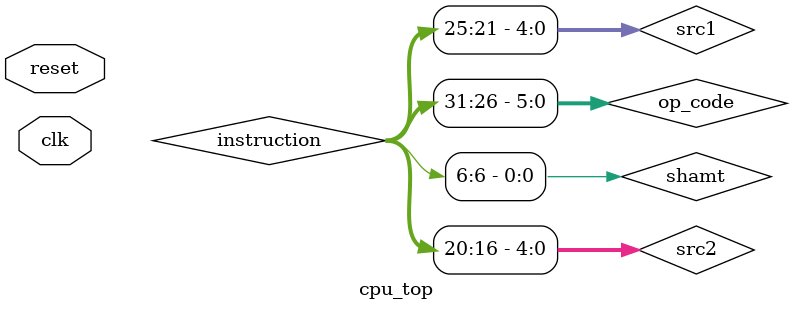
<source format=v>
module cpu_top(clk, reset);
input  clk, reset;

reg [31:0] pc;
wire [31:0] instruction,mem_data,branch;
wire [4:0] src1, src2, dst,ALU_con,reg_data;
wire [5:0] op_code, func6;
wire ins_mem_wr_en,res_reg_mux,reg_file_wr_en,res_alu_mux,res_mem_mux,data_mem_wr_en,res_branch_mux,flag,Eh,Eb;
wire [31:0]data1,data2,alu_result,mux_out1,mux_out2,mux_out3,sign;

always @(posedge clk)
begin
	if (reset) pc = 0;
	else if (ins_mem_wr_en) pc={6'b0,instruction[25:0]};
	else
  	 pc <= mux_out3 + 1;
end
memory inst_memory(instruction,0,pc[9:0],0,clk,0,0);
assign src1 = instruction[25:21];
assign src2 = instruction[20:16];
assign dst = instruction[15:11];
assign op_code = instruction[31:26];
assign shamt = instruction[10:6];
assign func6 = instruction[5:0];

Adder add(branch,pc,sign);
control_unit con(ins_mem_wr_en,res_reg_mux,reg_file_wr_en,res_alu_mux,ALU_con,res_mem_mux,data_mem_wr_en,res_branch_mux,op_code,func6,reset,flag,Eh,Eb);
reg_mux m(reg_data,src2,dst,res_reg_mux);
reg_file register_file(data1,data2,mux_out2,src1,src2,reg_data,reg_file_wr_en,clk,Eh,Eb);
sign_extend ex(sign,instruction[15:0]);
mux multiplixer1(mux_out1,data2,sign,res_alu_mux);
ALU alu_unit(alu_result,flag,data1,mux_out1,ALU_con);
mux multiplixer2(mux_out2,mem_data,alu_result,res_mem_mux);
mux multiplixer3(mux_out3,pc,branch,res_branch_mux);


memory data_memory(mem_data,data2,alu_result [9:0],data_mem_wr_en,clk,Eh,Eb);
endmodule

</source>
